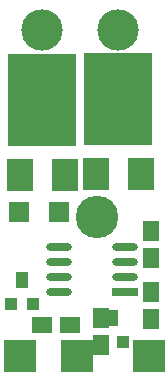
<source format=gts>
%FSLAX42Y42*%
%MOMM*%
G71*
G01*
G75*
G04 Layer_Color=8388736*
%ADD10R,0.90X1.25*%
%ADD11R,0.90X0.90*%
%ADD12R,2.00X2.50*%
%ADD13R,5.59X7.62*%
%ADD14R,2.00X2.54*%
%ADD15R,1.25X1.50*%
%ADD16R,1.50X1.25*%
%ADD17R,1.50X1.50*%
%ADD18O,2.00X0.50*%
%ADD19R,2.00X0.50*%
%ADD20C,2.00*%
%ADD21C,0.50*%
%ADD22C,2.50*%
%ADD23R,4.60X2.90*%
%ADD24R,3.90X3.00*%
%ADD25R,3.70X2.90*%
%ADD26R,2.00X3.00*%
%ADD27R,2.90X2.80*%
%ADD28R,8.10X3.70*%
%ADD29R,2.50X2.50*%
%ADD30R,2.50X2.50*%
%ADD31C,3.40*%
%ADD32C,3.30*%
%ADD33R,1.10X1.45*%
%ADD34R,1.10X1.10*%
%ADD35R,2.20X2.70*%
%ADD36R,5.79X7.82*%
%ADD37R,2.20X2.74*%
%ADD38R,1.45X1.70*%
%ADD39R,1.70X1.45*%
%ADD40R,1.70X1.70*%
%ADD41O,2.20X0.70*%
%ADD42R,2.20X0.70*%
%ADD43R,2.70X2.70*%
%ADD44R,2.70X2.70*%
%ADD45C,3.60*%
%ADD46C,3.50*%
D33*
X10335Y7375D02*
D03*
X9575Y7695D02*
D03*
D34*
X10430Y7170D02*
D03*
X10240D02*
D03*
X9480Y7490D02*
D03*
X9670D02*
D03*
D35*
X10581Y8590D02*
D03*
X10200D02*
D03*
X9941Y8580D02*
D03*
D36*
X10390Y9225D02*
D03*
X9750Y9215D02*
D03*
D37*
X9560Y8580D02*
D03*
D38*
X10670Y7360D02*
D03*
Y7590D02*
D03*
Y8110D02*
D03*
Y7880D02*
D03*
X10250Y7370D02*
D03*
Y7140D02*
D03*
D39*
X9980Y7310D02*
D03*
X9750D02*
D03*
D40*
X9890Y8270D02*
D03*
X9550D02*
D03*
D41*
X9890Y7590D02*
D03*
Y7715D02*
D03*
Y7845D02*
D03*
Y7970D02*
D03*
X10450D02*
D03*
Y7845D02*
D03*
Y7715D02*
D03*
D42*
Y7590D02*
D03*
D43*
X10040Y7050D02*
D03*
X10650D02*
D03*
D44*
X9560D02*
D03*
D45*
X10210Y8230D02*
D03*
D46*
X10390Y9810D02*
D03*
X9750D02*
D03*
M02*

</source>
